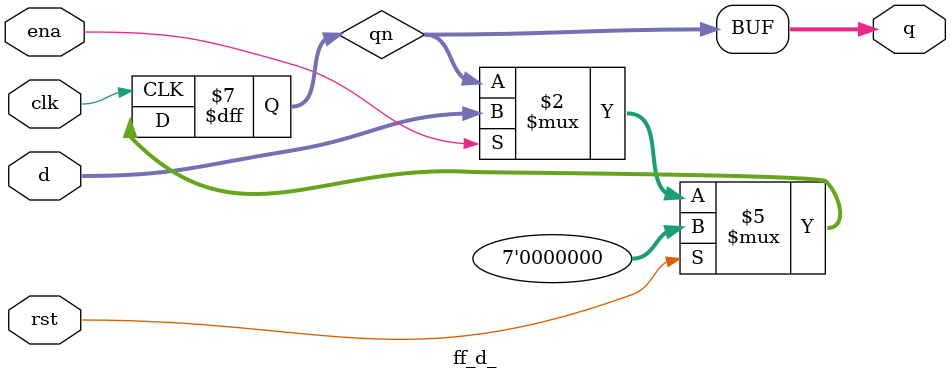
<source format=v>

module ff_d_ #(parameter N = 7) (
		input clk, rst, ena,
		input [N-1:0] d,
		output[N-1:0] q
	);

	reg[N-1:0] qn;
	
	assign q = qn;
	
    always @(posedge clk) begin
        if (rst)
            qn <= 0;
        else if(ena)
            qn <= d;
    end
endmodule

</source>
